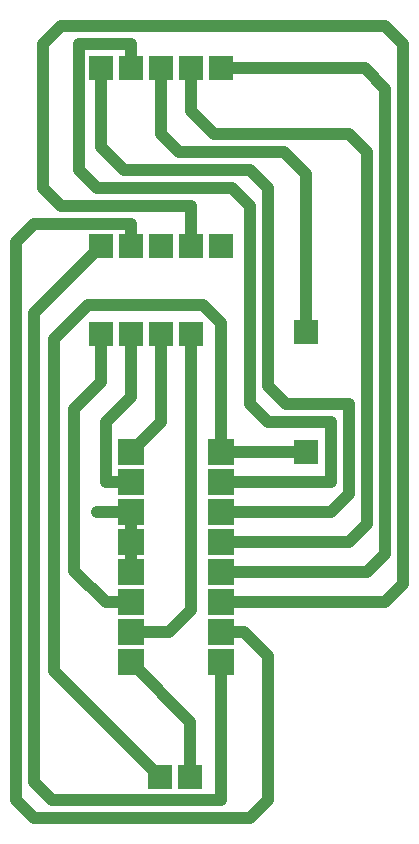
<source format=gbr>
G04 PROTEUS GERBER X2 FILE*
%TF.GenerationSoftware,Labcenter,Proteus,8.9-SP0-Build27865*%
%TF.CreationDate,2019-11-20T08:51:27+00:00*%
%TF.FileFunction,Copper,L2,Bot*%
%TF.FilePolarity,Positive*%
%TF.Part,Single*%
%TF.SameCoordinates,{c1e29a52-7f13-45e4-b634-42eaecaf8b59}*%
%FSLAX45Y45*%
%MOMM*%
G01*
%TA.AperFunction,Conductor*%
%ADD10C,1.016000*%
%TA.AperFunction,ViaPad*%
%ADD11C,0.762000*%
%TA.AperFunction,ComponentPad*%
%ADD12R,2.286000X2.286000*%
%TA.AperFunction,ComponentPad*%
%ADD13R,2.032000X2.032000*%
%TD.AperFunction*%
D10*
X-10000000Y+3476000D02*
X-9677400Y+3476000D01*
X-9488000Y+3665400D01*
X-9488000Y+6000000D01*
X-9238000Y+4238000D02*
X-8153400Y+4238000D01*
X-8001000Y+4390400D01*
X-8001000Y+7543800D01*
X-8153400Y+7696200D01*
X-9296400Y+7696200D01*
X-9488000Y+7887800D01*
X-9488000Y+8250000D01*
X-10000000Y+5000000D02*
X-9742000Y+5258000D01*
X-9742000Y+6000000D01*
X-9238000Y+3984000D02*
X-8001000Y+3984000D01*
X-7848600Y+4136400D01*
X-7848600Y+8077200D01*
X-8021400Y+8250000D01*
X-9234000Y+8250000D01*
X-10000000Y+4746000D02*
X-10210800Y+4746000D01*
X-10210800Y+5257800D01*
X-9996000Y+5472600D01*
X-9996000Y+6000000D01*
X-9238000Y+3730000D02*
X-7848600Y+3730000D01*
X-7696200Y+3882400D01*
X-7696200Y+8458200D01*
X-7848600Y+8610600D01*
X-10591800Y+8610600D01*
X-10744200Y+8458200D01*
X-10744200Y+7239000D01*
X-10591800Y+7086600D01*
X-9492000Y+7086600D01*
X-9492000Y+6750000D01*
X-10000000Y+6750000D02*
X-10000000Y+6934200D01*
X-10820400Y+6934200D01*
X-10972800Y+6781800D01*
X-10972800Y+2057400D01*
X-10820400Y+1905000D01*
X-8991600Y+1905000D01*
X-8839200Y+2057400D01*
X-8839200Y+3276600D01*
X-9038600Y+3476000D01*
X-9238000Y+3476000D01*
X-10254000Y+6750000D02*
X-10820400Y+6183600D01*
X-10820400Y+2209800D01*
X-10668000Y+2057400D01*
X-9238000Y+2057400D01*
X-9238000Y+3222000D01*
X-9996000Y+8250000D02*
X-9996000Y+8458200D01*
X-10439400Y+8458200D01*
X-10439400Y+7391400D01*
X-10287000Y+7239000D01*
X-9144000Y+7239000D01*
X-8991600Y+7086600D01*
X-8991600Y+5410200D01*
X-8839200Y+5257800D01*
X-8305800Y+5257800D01*
X-8305800Y+4746001D01*
X-9238000Y+4746000D01*
X-9238000Y+4746001D01*
X-9238000Y+4492001D02*
X-9238000Y+4492000D01*
X-8305800Y+4492001D01*
X-8153400Y+4644401D01*
X-8153400Y+5410200D01*
X-8686800Y+5410200D01*
X-8839200Y+5562600D01*
X-8839200Y+7239000D01*
X-8991600Y+7391400D01*
X-10058400Y+7391400D01*
X-10250000Y+7583000D01*
X-10250000Y+8250000D01*
X-10000000Y+3222000D02*
X-9496000Y+2718000D01*
X-9496000Y+2250000D01*
X-10000000Y+4238000D02*
X-10000000Y+4492000D01*
X-10000000Y+4238000D02*
X-10000000Y+3984000D01*
X-9238000Y+5000000D02*
X-9238000Y+6096000D01*
X-9390400Y+6248400D01*
X-10363200Y+6248400D01*
X-10650000Y+5961600D01*
X-10650000Y+3150000D01*
X-9750000Y+2250000D01*
X-10000000Y+3730000D02*
X-10210800Y+3730000D01*
X-10480000Y+3999200D01*
X-10480000Y+5369600D01*
X-10250000Y+5599600D01*
X-10250000Y+6000000D01*
X-9238000Y+5000000D02*
X-8880000Y+5000000D01*
X-10000000Y+4492000D02*
X-10270000Y+4492000D01*
X-10290115Y+4492000D01*
X-10290689Y+4492574D01*
X-9742000Y+8250000D02*
X-9742000Y+7696200D01*
X-9589600Y+7543800D01*
X-8706800Y+7543800D01*
X-8520000Y+7357000D01*
X-8520000Y+6016000D01*
X-8880000Y+5000000D02*
X-8520000Y+5000000D01*
D11*
X-8880000Y+5000000D03*
X-10270000Y+4492000D03*
D12*
X-10000000Y+5000000D03*
X-10000000Y+4746000D03*
X-10000000Y+4492000D03*
X-10000000Y+4238000D03*
X-10000000Y+3984000D03*
X-10000000Y+3730000D03*
X-10000000Y+3476000D03*
X-10000000Y+3222000D03*
X-9238000Y+3222000D03*
X-9238000Y+3476000D03*
X-9238000Y+3730000D03*
X-9238000Y+3984000D03*
X-9238000Y+4238000D03*
X-9238000Y+4492000D03*
X-9238000Y+4746000D03*
X-9238000Y+5000000D03*
D13*
X-10250000Y+6000000D03*
X-9996000Y+6000000D03*
X-9742000Y+6000000D03*
X-9488000Y+6000000D03*
X-8520000Y+5000000D03*
X-8520000Y+6016000D03*
X-9750000Y+2250000D03*
X-9496000Y+2250000D03*
X-10250000Y+8250000D03*
X-9996000Y+8250000D03*
X-9742000Y+8250000D03*
X-9488000Y+8250000D03*
X-9234000Y+8250000D03*
X-10254000Y+6750000D03*
X-10000000Y+6750000D03*
X-9746000Y+6750000D03*
X-9492000Y+6750000D03*
X-9238000Y+6750000D03*
M02*

</source>
